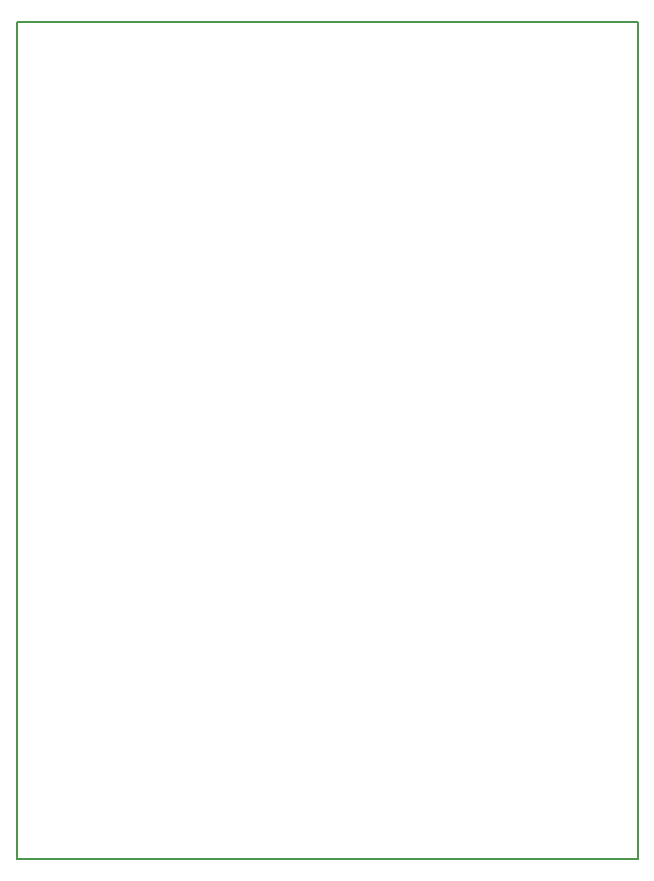
<source format=gbr>
%TF.GenerationSoftware,KiCad,Pcbnew,7.0.8*%
%TF.CreationDate,2023-12-02T15:31:10-08:00*%
%TF.ProjectId,LED_MAIN_BOARD_POWER,4c45445f-4d41-4494-9e5f-424f4152445f,rev?*%
%TF.SameCoordinates,Original*%
%TF.FileFunction,Profile,NP*%
%FSLAX46Y46*%
G04 Gerber Fmt 4.6, Leading zero omitted, Abs format (unit mm)*
G04 Created by KiCad (PCBNEW 7.0.8) date 2023-12-02 15:31:10*
%MOMM*%
%LPD*%
G01*
G04 APERTURE LIST*
%TA.AperFunction,Profile*%
%ADD10C,0.200000*%
%TD*%
G04 APERTURE END LIST*
D10*
X155194000Y-58928000D02*
X207772000Y-58928000D01*
X207772000Y-129794000D01*
X155194000Y-129794000D01*
X155194000Y-58928000D01*
M02*

</source>
